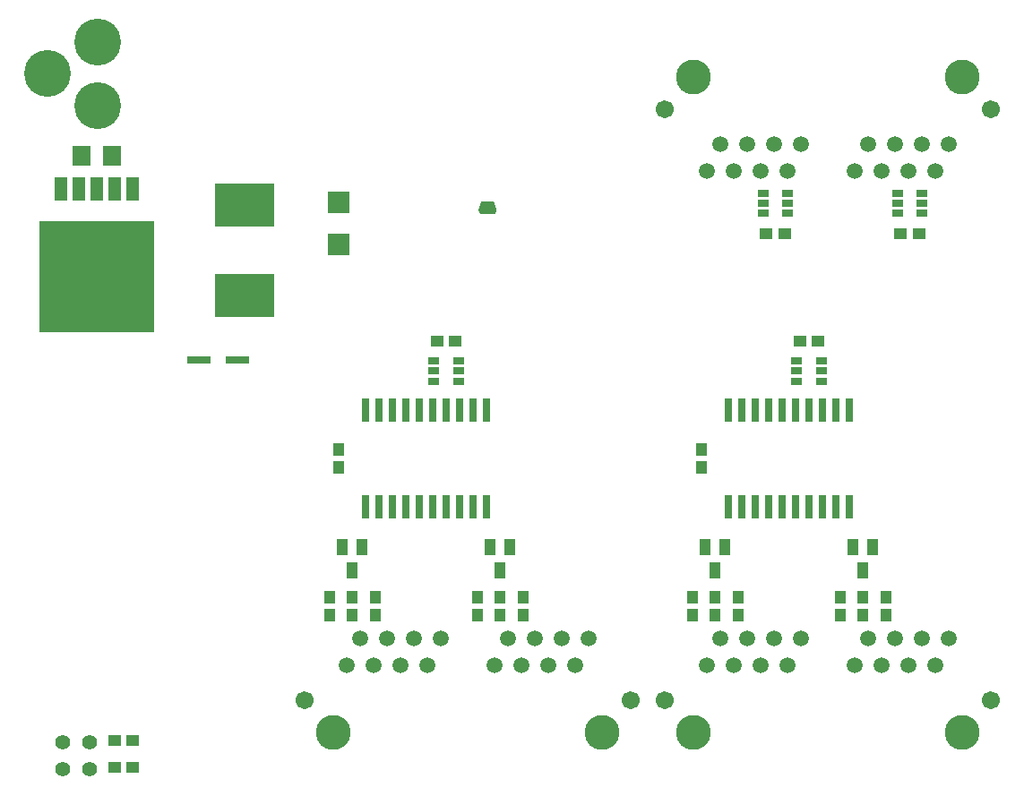
<source format=gts>
G75*
G70*
%OFA0B0*%
%FSLAX24Y24*%
%IPPOS*%
%LPD*%
%AMOC8*
5,1,8,0,0,1.08239X$1,22.5*
%
%ADD10R,0.0276X0.0906*%
%ADD11R,0.4292X0.4138*%
%ADD12R,0.0460X0.0890*%
%ADD13R,0.2205X0.1615*%
%ADD14R,0.0827X0.0827*%
%ADD15R,0.0670X0.0749*%
%ADD16R,0.0906X0.0296*%
%ADD17R,0.0394X0.0276*%
%ADD18R,0.0434X0.0473*%
%ADD19C,0.1300*%
%ADD20C,0.0670*%
%ADD21C,0.0594*%
%ADD22R,0.0434X0.0591*%
%ADD23C,0.0555*%
%ADD24R,0.0473X0.0434*%
%ADD25C,0.1740*%
%ADD26C,0.0000*%
%ADD27C,0.0001*%
D10*
X014650Y013048D03*
X015150Y013048D03*
X015650Y013048D03*
X016150Y013048D03*
X016650Y013048D03*
X017150Y013048D03*
X017650Y013048D03*
X018150Y013048D03*
X018650Y013048D03*
X019150Y013048D03*
X019150Y016670D03*
X018650Y016670D03*
X018150Y016670D03*
X017650Y016670D03*
X017150Y016670D03*
X016650Y016670D03*
X016150Y016670D03*
X015650Y016670D03*
X015150Y016670D03*
X014650Y016670D03*
X028150Y016670D03*
X028650Y016670D03*
X029150Y016670D03*
X029650Y016670D03*
X030150Y016670D03*
X030650Y016670D03*
X031150Y016670D03*
X031650Y016670D03*
X032150Y016670D03*
X032650Y016670D03*
X032650Y013048D03*
X032150Y013048D03*
X031650Y013048D03*
X031150Y013048D03*
X030650Y013048D03*
X030150Y013048D03*
X029650Y013048D03*
X029150Y013048D03*
X028650Y013048D03*
X028150Y013048D03*
D11*
X004650Y021609D03*
D12*
X004650Y024889D03*
X003980Y024889D03*
X003310Y024889D03*
X005320Y024889D03*
X005990Y024889D03*
D13*
X010150Y024282D03*
X010150Y020936D03*
D14*
X013650Y022822D03*
X013650Y024397D03*
D15*
X005201Y026109D03*
X004099Y026109D03*
D16*
X008441Y018531D03*
X009898Y018531D03*
D17*
X017197Y018483D03*
X017197Y018109D03*
X017197Y017735D03*
X018103Y017735D03*
X018103Y018109D03*
X018103Y018483D03*
X029447Y023985D03*
X029447Y024359D03*
X029447Y024733D03*
X030353Y024733D03*
X030353Y024359D03*
X030353Y023985D03*
X034447Y023985D03*
X034447Y024359D03*
X034447Y024733D03*
X035353Y024733D03*
X035353Y024359D03*
X035353Y023985D03*
X031603Y018483D03*
X031603Y018109D03*
X031603Y017735D03*
X030697Y017735D03*
X030697Y018109D03*
X030697Y018483D03*
D18*
X027150Y015194D03*
X027150Y014525D03*
X026800Y009694D03*
X026800Y009025D03*
X027650Y009025D03*
X027650Y009694D03*
X028500Y009694D03*
X028500Y009025D03*
X032300Y009025D03*
X032300Y009694D03*
X033150Y009694D03*
X033150Y009025D03*
X034000Y009025D03*
X034000Y009694D03*
X020500Y009694D03*
X020500Y009025D03*
X019650Y009025D03*
X019650Y009694D03*
X018800Y009694D03*
X018800Y009025D03*
X015000Y009025D03*
X015000Y009694D03*
X014150Y009694D03*
X014150Y009025D03*
X013300Y009025D03*
X013300Y009694D03*
X013650Y014525D03*
X013650Y015194D03*
D19*
X013457Y004653D03*
X023457Y004653D03*
X026843Y004653D03*
X036843Y004653D03*
X036843Y029062D03*
X026843Y029062D03*
D20*
X025780Y027861D03*
X037906Y027861D03*
X037906Y005853D03*
X025780Y005853D03*
X024520Y005853D03*
X012394Y005853D03*
D21*
X013957Y007153D03*
X014957Y007153D03*
X015957Y007153D03*
X016957Y007153D03*
X016457Y008153D03*
X017457Y008153D03*
X015457Y008153D03*
X014457Y008153D03*
X019457Y007153D03*
X020457Y007153D03*
X021457Y007153D03*
X022457Y007153D03*
X021957Y008153D03*
X022957Y008153D03*
X020957Y008153D03*
X019957Y008153D03*
X027343Y007153D03*
X028343Y007153D03*
X029343Y007153D03*
X030343Y007153D03*
X030843Y008153D03*
X029843Y008153D03*
X028843Y008153D03*
X027843Y008153D03*
X032843Y007153D03*
X033843Y007153D03*
X034843Y007153D03*
X035843Y007153D03*
X036343Y008153D03*
X035343Y008153D03*
X034343Y008153D03*
X033343Y008153D03*
X033843Y025562D03*
X034843Y025562D03*
X035843Y025562D03*
X036343Y026562D03*
X035343Y026562D03*
X034343Y026562D03*
X033343Y026562D03*
X032843Y025562D03*
X030843Y026562D03*
X029843Y026562D03*
X028843Y026562D03*
X027843Y026562D03*
X028343Y025562D03*
X029343Y025562D03*
X030343Y025562D03*
X027343Y025562D03*
D22*
X027276Y011542D03*
X028024Y011542D03*
X027650Y010676D03*
X032776Y011542D03*
X033524Y011542D03*
X033150Y010676D03*
X020024Y011542D03*
X019276Y011542D03*
X019650Y010676D03*
X014524Y011542D03*
X013776Y011542D03*
X014150Y010676D03*
D23*
X003390Y003275D03*
X003390Y004275D03*
X004390Y004275D03*
X004390Y003275D03*
D24*
X005315Y003359D03*
X005985Y003359D03*
X005985Y004359D03*
X005315Y004359D03*
X017315Y019209D03*
X017985Y019209D03*
X029565Y023234D03*
X030235Y023234D03*
X034565Y023234D03*
X035235Y023234D03*
X031485Y019209D03*
X030815Y019209D03*
D25*
X004678Y027999D03*
X002827Y029180D03*
X004678Y030361D03*
D26*
X018961Y024414D02*
X018945Y024375D01*
X018930Y024332D01*
X018914Y024288D01*
X018898Y024245D01*
X018882Y024202D01*
X018867Y024158D01*
X018851Y024119D01*
X018867Y024080D01*
X018882Y024044D01*
X018902Y024005D01*
X019445Y024005D01*
X019461Y024044D01*
X019477Y024080D01*
X019496Y024119D01*
X019481Y024158D01*
X019465Y024202D01*
X019449Y024245D01*
X019433Y024288D01*
X019418Y024332D01*
X019402Y024375D01*
X019386Y024414D01*
X019008Y024414D01*
X018961Y024414D01*
D27*
X019386Y024414D01*
X019387Y024413D02*
X018961Y024413D01*
X018960Y024412D02*
X019387Y024412D01*
X019387Y024411D02*
X018960Y024411D01*
X018959Y024410D02*
X019388Y024410D01*
X019388Y024409D02*
X018959Y024409D01*
X018959Y024408D02*
X019389Y024408D01*
X019389Y024407D02*
X018958Y024407D01*
X018958Y024406D02*
X019389Y024406D01*
X019390Y024405D02*
X018957Y024405D01*
X018957Y024404D02*
X019390Y024404D01*
X019391Y024403D02*
X018957Y024403D01*
X018956Y024402D02*
X019391Y024402D01*
X019391Y024401D02*
X018956Y024401D01*
X018955Y024400D02*
X019392Y024400D01*
X019392Y024399D02*
X018955Y024399D01*
X018955Y024398D02*
X019393Y024398D01*
X019393Y024397D02*
X018954Y024397D01*
X018954Y024396D02*
X019393Y024396D01*
X019394Y024395D02*
X018953Y024395D01*
X018953Y024394D02*
X019394Y024394D01*
X019395Y024393D02*
X018953Y024393D01*
X018952Y024392D02*
X019395Y024392D01*
X019395Y024391D02*
X018952Y024391D01*
X018951Y024390D02*
X019396Y024390D01*
X019396Y024389D02*
X018951Y024389D01*
X018951Y024388D02*
X019397Y024388D01*
X019397Y024387D02*
X018950Y024387D01*
X018950Y024386D02*
X019397Y024386D01*
X019398Y024385D02*
X018949Y024385D01*
X018949Y024384D02*
X019398Y024384D01*
X019399Y024383D02*
X018949Y024383D01*
X018948Y024382D02*
X019399Y024382D01*
X019399Y024381D02*
X018948Y024381D01*
X018947Y024380D02*
X019400Y024380D01*
X019400Y024379D02*
X018947Y024379D01*
X018947Y024378D02*
X019401Y024378D01*
X019401Y024377D02*
X018946Y024377D01*
X018946Y024376D02*
X019401Y024376D01*
X019402Y024375D02*
X018945Y024375D01*
X018945Y024374D02*
X019402Y024374D01*
X019403Y024373D02*
X018945Y024373D01*
X018944Y024372D02*
X019403Y024372D01*
X019403Y024371D02*
X018944Y024371D01*
X018944Y024370D02*
X019404Y024370D01*
X019404Y024369D02*
X018943Y024369D01*
X018943Y024368D02*
X019404Y024368D01*
X019405Y024367D02*
X018942Y024367D01*
X018942Y024366D02*
X019405Y024366D01*
X019405Y024365D02*
X018942Y024365D01*
X018941Y024364D02*
X019406Y024364D01*
X019406Y024363D02*
X018941Y024363D01*
X018941Y024362D02*
X019407Y024362D01*
X019407Y024361D02*
X018940Y024361D01*
X018940Y024360D02*
X019407Y024360D01*
X019408Y024359D02*
X018940Y024359D01*
X018939Y024358D02*
X019408Y024358D01*
X019408Y024357D02*
X018939Y024357D01*
X018938Y024356D02*
X019409Y024356D01*
X019409Y024355D02*
X018938Y024355D01*
X018938Y024354D02*
X019409Y024354D01*
X019410Y024353D02*
X018937Y024353D01*
X018937Y024352D02*
X019410Y024352D01*
X019411Y024351D02*
X018937Y024351D01*
X018936Y024350D02*
X019411Y024350D01*
X019411Y024349D02*
X018936Y024349D01*
X018936Y024348D02*
X019412Y024348D01*
X019412Y024347D02*
X018935Y024347D01*
X018935Y024346D02*
X019412Y024346D01*
X019413Y024345D02*
X018934Y024345D01*
X018934Y024344D02*
X019413Y024344D01*
X019413Y024343D02*
X018934Y024343D01*
X018933Y024342D02*
X019414Y024342D01*
X019414Y024341D02*
X018933Y024341D01*
X018933Y024340D02*
X019415Y024340D01*
X019415Y024339D02*
X018932Y024339D01*
X018932Y024338D02*
X019415Y024338D01*
X019416Y024337D02*
X018932Y024337D01*
X018931Y024336D02*
X019416Y024336D01*
X019416Y024335D02*
X018931Y024335D01*
X018931Y024334D02*
X019417Y024334D01*
X019417Y024333D02*
X018930Y024333D01*
X018930Y024332D02*
X019417Y024332D01*
X019418Y024331D02*
X018929Y024331D01*
X018929Y024330D02*
X019418Y024330D01*
X019419Y024329D02*
X018929Y024329D01*
X018928Y024328D02*
X019419Y024328D01*
X019419Y024327D02*
X018928Y024327D01*
X018928Y024326D02*
X019420Y024326D01*
X019420Y024325D02*
X018927Y024325D01*
X018927Y024324D02*
X019420Y024324D01*
X019421Y024323D02*
X018927Y024323D01*
X018926Y024322D02*
X019421Y024322D01*
X019421Y024321D02*
X018926Y024321D01*
X018925Y024320D02*
X019422Y024320D01*
X019422Y024319D02*
X018925Y024319D01*
X018925Y024318D02*
X019423Y024318D01*
X019423Y024317D02*
X018924Y024317D01*
X018924Y024316D02*
X019423Y024316D01*
X019424Y024315D02*
X018924Y024315D01*
X018923Y024314D02*
X019424Y024314D01*
X019424Y024313D02*
X018923Y024313D01*
X018923Y024312D02*
X019425Y024312D01*
X019425Y024311D02*
X018922Y024311D01*
X018922Y024310D02*
X019425Y024310D01*
X019426Y024309D02*
X018921Y024309D01*
X018921Y024308D02*
X019426Y024308D01*
X019427Y024307D02*
X018921Y024307D01*
X018920Y024306D02*
X019427Y024306D01*
X019427Y024305D02*
X018920Y024305D01*
X018920Y024304D02*
X019428Y024304D01*
X019428Y024303D02*
X018919Y024303D01*
X018919Y024302D02*
X019428Y024302D01*
X019429Y024301D02*
X018919Y024301D01*
X018918Y024300D02*
X019429Y024300D01*
X019429Y024299D02*
X018918Y024299D01*
X018917Y024298D02*
X019430Y024298D01*
X019430Y024297D02*
X018917Y024297D01*
X018917Y024296D02*
X019431Y024296D01*
X019431Y024295D02*
X018916Y024295D01*
X018916Y024294D02*
X019431Y024294D01*
X019432Y024293D02*
X018916Y024293D01*
X018915Y024292D02*
X019432Y024292D01*
X019432Y024291D02*
X018915Y024291D01*
X018915Y024290D02*
X019433Y024290D01*
X019433Y024289D02*
X018914Y024289D01*
X018914Y024288D02*
X019433Y024288D01*
X019434Y024287D02*
X018913Y024287D01*
X018913Y024286D02*
X019434Y024286D01*
X019435Y024285D02*
X018913Y024285D01*
X018912Y024284D02*
X019435Y024284D01*
X019435Y024283D02*
X018912Y024283D01*
X018912Y024282D02*
X019436Y024282D01*
X019436Y024281D02*
X018911Y024281D01*
X018911Y024280D02*
X019436Y024280D01*
X019437Y024279D02*
X018911Y024279D01*
X018910Y024278D02*
X019437Y024278D01*
X019437Y024277D02*
X018910Y024277D01*
X018909Y024276D02*
X019438Y024276D01*
X019438Y024275D02*
X018909Y024275D01*
X018909Y024274D02*
X019439Y024274D01*
X019439Y024273D02*
X018908Y024273D01*
X018908Y024272D02*
X019439Y024272D01*
X019440Y024271D02*
X018908Y024271D01*
X018907Y024270D02*
X019440Y024270D01*
X019440Y024269D02*
X018907Y024269D01*
X018907Y024268D02*
X019441Y024268D01*
X019441Y024267D02*
X018906Y024267D01*
X018906Y024266D02*
X019441Y024266D01*
X019442Y024265D02*
X018905Y024265D01*
X018905Y024264D02*
X019442Y024264D01*
X019443Y024263D02*
X018905Y024263D01*
X018904Y024262D02*
X019443Y024262D01*
X019443Y024261D02*
X018904Y024261D01*
X018904Y024260D02*
X019444Y024260D01*
X019444Y024259D02*
X018903Y024259D01*
X018903Y024258D02*
X019444Y024258D01*
X019445Y024257D02*
X018903Y024257D01*
X018902Y024256D02*
X019445Y024256D01*
X019445Y024255D02*
X018902Y024255D01*
X018901Y024254D02*
X019446Y024254D01*
X019446Y024253D02*
X018901Y024253D01*
X018901Y024252D02*
X019447Y024252D01*
X019447Y024251D02*
X018900Y024251D01*
X018900Y024250D02*
X019447Y024250D01*
X019448Y024249D02*
X018900Y024249D01*
X018899Y024248D02*
X019448Y024248D01*
X019448Y024247D02*
X018899Y024247D01*
X018899Y024246D02*
X019449Y024246D01*
X019449Y024245D02*
X018898Y024245D01*
X018898Y024244D02*
X019449Y024244D01*
X019450Y024243D02*
X018897Y024243D01*
X018897Y024242D02*
X019450Y024242D01*
X019451Y024241D02*
X018897Y024241D01*
X018896Y024240D02*
X019451Y024240D01*
X019451Y024239D02*
X018896Y024239D01*
X018896Y024238D02*
X019452Y024238D01*
X019452Y024237D02*
X018895Y024237D01*
X018895Y024236D02*
X019452Y024236D01*
X019453Y024235D02*
X018895Y024235D01*
X018894Y024234D02*
X019453Y024234D01*
X019453Y024233D02*
X018894Y024233D01*
X018893Y024232D02*
X019454Y024232D01*
X019454Y024231D02*
X018893Y024231D01*
X018893Y024230D02*
X019455Y024230D01*
X019455Y024229D02*
X018892Y024229D01*
X018892Y024228D02*
X019455Y024228D01*
X019456Y024227D02*
X018892Y024227D01*
X018891Y024226D02*
X019456Y024226D01*
X019456Y024225D02*
X018891Y024225D01*
X018891Y024224D02*
X019457Y024224D01*
X019457Y024223D02*
X018890Y024223D01*
X018890Y024222D02*
X019457Y024222D01*
X019458Y024221D02*
X018889Y024221D01*
X018889Y024220D02*
X019458Y024220D01*
X019459Y024219D02*
X018889Y024219D01*
X018888Y024218D02*
X019459Y024218D01*
X019459Y024217D02*
X018888Y024217D01*
X018888Y024216D02*
X019460Y024216D01*
X019460Y024215D02*
X018887Y024215D01*
X018887Y024214D02*
X019460Y024214D01*
X019461Y024213D02*
X018887Y024213D01*
X018886Y024212D02*
X019461Y024212D01*
X019461Y024211D02*
X018886Y024211D01*
X018885Y024210D02*
X019462Y024210D01*
X019462Y024209D02*
X018885Y024209D01*
X018885Y024208D02*
X019463Y024208D01*
X019463Y024207D02*
X018884Y024207D01*
X018884Y024206D02*
X019463Y024206D01*
X019464Y024205D02*
X018884Y024205D01*
X018883Y024204D02*
X019464Y024204D01*
X019464Y024203D02*
X018883Y024203D01*
X019465Y024203D01*
X019465Y024202D02*
X018882Y024202D01*
X018882Y024201D02*
X019465Y024201D01*
X019466Y024200D02*
X018881Y024200D01*
X018881Y024199D02*
X019466Y024199D01*
X019467Y024198D02*
X018881Y024198D01*
X018880Y024197D02*
X019467Y024197D01*
X019467Y024196D02*
X018880Y024196D01*
X018880Y024195D02*
X019468Y024195D01*
X019468Y024194D02*
X018879Y024194D01*
X018879Y024193D02*
X019468Y024193D01*
X019469Y024192D02*
X018879Y024192D01*
X018878Y024191D02*
X019469Y024191D01*
X019469Y024190D02*
X018878Y024190D01*
X018877Y024189D02*
X019470Y024189D01*
X019470Y024188D02*
X018877Y024188D01*
X018877Y024187D02*
X019471Y024187D01*
X019471Y024186D02*
X018876Y024186D01*
X018876Y024185D02*
X019471Y024185D01*
X019472Y024184D02*
X018876Y024184D01*
X018875Y024183D02*
X019472Y024183D01*
X019472Y024182D02*
X018875Y024182D01*
X018875Y024181D02*
X019473Y024181D01*
X019473Y024180D02*
X018874Y024180D01*
X018874Y024179D02*
X019473Y024179D01*
X019474Y024178D02*
X018873Y024178D01*
X018873Y024177D02*
X019474Y024177D01*
X019475Y024176D02*
X018873Y024176D01*
X018872Y024175D02*
X019475Y024175D01*
X019475Y024174D02*
X018872Y024174D01*
X018872Y024173D02*
X019476Y024173D01*
X019476Y024172D02*
X018871Y024172D01*
X018871Y024171D02*
X019476Y024171D01*
X019477Y024170D02*
X018871Y024170D01*
X018870Y024169D02*
X019477Y024169D01*
X019477Y024168D02*
X018870Y024168D01*
X018869Y024167D02*
X019478Y024167D01*
X019478Y024166D02*
X018869Y024166D01*
X018869Y024165D02*
X019479Y024165D01*
X019479Y024164D02*
X018868Y024164D01*
X018868Y024163D02*
X019479Y024163D01*
X019480Y024162D02*
X018868Y024162D01*
X018867Y024161D02*
X019480Y024161D01*
X019480Y024160D02*
X018867Y024160D01*
X018867Y024159D02*
X019481Y024159D01*
X019481Y024158D02*
X018866Y024158D01*
X018866Y024157D02*
X019481Y024157D01*
X019482Y024156D02*
X018865Y024156D01*
X018865Y024155D02*
X019482Y024155D01*
X019483Y024154D02*
X018865Y024154D01*
X018864Y024153D02*
X019483Y024153D01*
X019483Y024152D02*
X018864Y024152D01*
X018863Y024151D02*
X019484Y024151D01*
X019484Y024150D02*
X018863Y024150D01*
X018863Y024149D02*
X019485Y024149D01*
X019485Y024148D02*
X018862Y024148D01*
X018862Y024147D02*
X019485Y024147D01*
X019486Y024146D02*
X018861Y024146D01*
X018861Y024145D02*
X019486Y024145D01*
X019487Y024144D02*
X018861Y024144D01*
X018860Y024143D02*
X019487Y024143D01*
X019487Y024142D02*
X018860Y024142D01*
X018859Y024141D02*
X019488Y024141D01*
X019488Y024140D02*
X018859Y024140D01*
X018859Y024139D02*
X019489Y024139D01*
X019489Y024138D02*
X018858Y024138D01*
X018858Y024137D02*
X019489Y024137D01*
X019490Y024136D02*
X018857Y024136D01*
X018857Y024135D02*
X019490Y024135D01*
X019491Y024134D02*
X018857Y024134D01*
X018856Y024133D02*
X019491Y024133D01*
X019491Y024132D02*
X018856Y024132D01*
X018855Y024131D02*
X019492Y024131D01*
X019492Y024130D02*
X018855Y024130D01*
X018855Y024129D02*
X019493Y024129D01*
X019493Y024128D02*
X018854Y024128D01*
X018854Y024127D02*
X019493Y024127D01*
X019494Y024126D02*
X018853Y024126D01*
X018853Y024125D02*
X019494Y024125D01*
X019495Y024124D02*
X018853Y024124D01*
X018852Y024123D02*
X019495Y024123D01*
X019495Y024122D02*
X018852Y024122D01*
X018851Y024121D02*
X019496Y024121D01*
X019496Y024120D02*
X018851Y024120D01*
X018851Y024119D02*
X019496Y024119D01*
X019496Y024118D02*
X018851Y024118D01*
X018852Y024117D02*
X019495Y024117D01*
X019495Y024116D02*
X018852Y024116D01*
X018853Y024115D02*
X019494Y024115D01*
X019494Y024114D02*
X018853Y024114D01*
X018853Y024113D02*
X019493Y024113D01*
X019493Y024112D02*
X018854Y024112D01*
X018854Y024111D02*
X019492Y024111D01*
X019492Y024110D02*
X018855Y024110D01*
X018855Y024109D02*
X019491Y024109D01*
X019491Y024108D02*
X018855Y024108D01*
X018856Y024107D02*
X019490Y024107D01*
X019490Y024106D02*
X018856Y024106D01*
X018857Y024105D02*
X019489Y024105D01*
X019489Y024104D02*
X018857Y024104D01*
X018857Y024103D02*
X019488Y024103D01*
X019488Y024102D02*
X018858Y024102D01*
X018858Y024101D02*
X019487Y024101D01*
X019487Y024100D02*
X018859Y024100D01*
X018859Y024099D02*
X019486Y024099D01*
X019486Y024098D02*
X018859Y024098D01*
X018860Y024097D02*
X019485Y024097D01*
X019485Y024096D02*
X018860Y024096D01*
X018861Y024095D02*
X019484Y024095D01*
X019484Y024094D02*
X018861Y024094D01*
X018861Y024093D02*
X019483Y024093D01*
X019483Y024092D02*
X018862Y024092D01*
X018862Y024091D02*
X019482Y024091D01*
X019482Y024090D02*
X018863Y024090D01*
X018863Y024089D02*
X019481Y024089D01*
X019481Y024088D02*
X018863Y024088D01*
X018864Y024087D02*
X019480Y024087D01*
X019480Y024086D02*
X018864Y024086D01*
X018865Y024085D02*
X019479Y024085D01*
X019479Y024084D02*
X018865Y024084D01*
X018865Y024083D02*
X019478Y024083D01*
X019478Y024082D02*
X018866Y024082D01*
X018866Y024081D02*
X019477Y024081D01*
X019477Y024080D02*
X018867Y024080D01*
X018867Y024079D02*
X019476Y024079D01*
X019476Y024078D02*
X018867Y024078D01*
X018868Y024077D02*
X019475Y024077D01*
X019475Y024076D02*
X018868Y024076D01*
X018869Y024075D02*
X019475Y024075D01*
X019474Y024074D02*
X018869Y024074D01*
X018870Y024073D02*
X019474Y024073D01*
X019473Y024072D02*
X018870Y024072D01*
X018871Y024071D02*
X019473Y024071D01*
X019472Y024070D02*
X018871Y024070D01*
X018871Y024069D02*
X019472Y024069D01*
X019471Y024068D02*
X018872Y024068D01*
X018872Y024067D02*
X019471Y024067D01*
X019471Y024066D02*
X018873Y024066D01*
X018873Y024065D02*
X019470Y024065D01*
X019470Y024064D02*
X018874Y024064D01*
X018874Y024063D02*
X019469Y024063D01*
X019469Y024062D02*
X018875Y024062D01*
X018875Y024061D02*
X019468Y024061D01*
X019468Y024060D02*
X018875Y024060D01*
X018876Y024059D02*
X019467Y024059D01*
X019467Y024058D02*
X018876Y024058D01*
X018877Y024057D02*
X019467Y024057D01*
X019466Y024056D02*
X018877Y024056D01*
X018878Y024055D02*
X019466Y024055D01*
X019465Y024054D02*
X018878Y024054D01*
X018879Y024053D02*
X019465Y024053D01*
X019464Y024052D02*
X018879Y024052D01*
X018879Y024051D02*
X019464Y024051D01*
X019463Y024050D02*
X018880Y024050D01*
X018880Y024049D02*
X019463Y024049D01*
X019463Y024048D02*
X018881Y024048D01*
X018881Y024047D02*
X019462Y024047D01*
X019462Y024046D02*
X018882Y024046D01*
X018882Y024045D02*
X019461Y024045D01*
X019461Y024044D02*
X018883Y024044D01*
X018883Y024043D02*
X019460Y024043D01*
X019460Y024042D02*
X018884Y024042D01*
X018884Y024041D02*
X019460Y024041D01*
X019459Y024040D02*
X018885Y024040D01*
X018885Y024039D02*
X019459Y024039D01*
X019458Y024038D02*
X018886Y024038D01*
X018886Y024037D02*
X019458Y024037D01*
X019458Y024036D02*
X018887Y024036D01*
X018887Y024035D02*
X019457Y024035D01*
X019457Y024034D02*
X018888Y024034D01*
X018888Y024033D02*
X019456Y024033D01*
X019456Y024032D02*
X018889Y024032D01*
X018889Y024031D02*
X019456Y024031D01*
X019455Y024030D02*
X018890Y024030D01*
X018890Y024029D02*
X019455Y024029D01*
X019454Y024028D02*
X018891Y024028D01*
X018891Y024027D02*
X019454Y024027D01*
X019454Y024026D02*
X018892Y024026D01*
X018892Y024025D02*
X019453Y024025D01*
X019453Y024024D02*
X018893Y024024D01*
X018893Y024023D02*
X019452Y024023D01*
X019452Y024022D02*
X018894Y024022D01*
X018894Y024021D02*
X019452Y024021D01*
X019451Y024020D02*
X018895Y024020D01*
X018895Y024019D02*
X019451Y024019D01*
X019450Y024018D02*
X018896Y024018D01*
X018896Y024017D02*
X019450Y024017D01*
X019450Y024016D02*
X018897Y024016D01*
X018897Y024015D02*
X019449Y024015D01*
X019449Y024014D02*
X018898Y024014D01*
X018898Y024013D02*
X019448Y024013D01*
X019448Y024012D02*
X018899Y024012D01*
X018899Y024011D02*
X019448Y024011D01*
X019447Y024010D02*
X018900Y024010D01*
X018900Y024009D02*
X019447Y024009D01*
X019446Y024008D02*
X018901Y024008D01*
X018901Y024007D02*
X019446Y024007D01*
X019446Y024006D02*
X018902Y024006D01*
M02*

</source>
